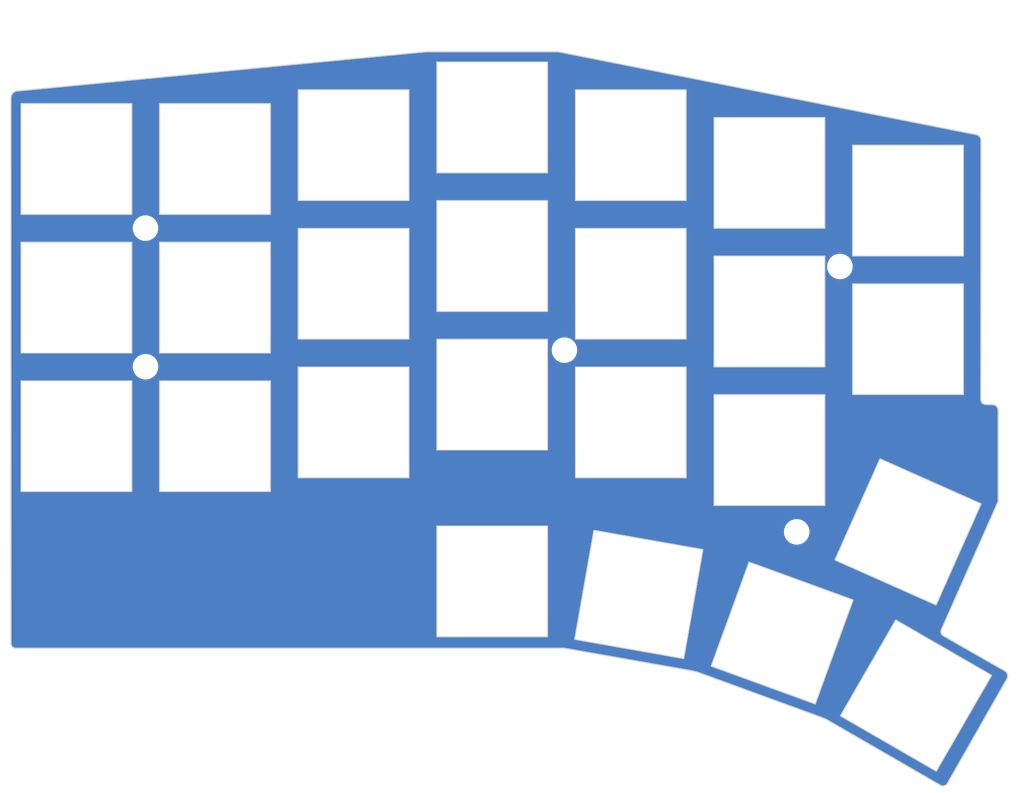
<source format=kicad_pcb>
(kicad_pcb (version 20240108) (generator "pcbnew") (generator_version "8.0")
  (title_block (title "Pinky3 PCB Design") (date "2018-12-23") (rev "0.3") (company "@tamanishi"))
  (layers (0 "F.Cu" signal) (31 "B.Cu" signal) (34 "B.Paste" user) (35 "F.Paste" user) (36 "B.SilkS" user "B.Silkscreen") (37 "F.SilkS" user "F.Silkscreen") (38 "B.Mask" user) (39 "F.Mask" user) (44 "Edge.Cuts" user))
  (net 0 "")
  (net 1 "GND")
  (footprint "PCM_SparkFun-Hardware:Standoff_Reflow-M2.0" (layer "F.Cu") (at 59.5 78.55)
    (property "Reference" "Ref**" (hide yes))
    (property "Value" "Val**" (hide yes))
    (pad "" np_thru_hole circle (at 0 0) (size 3 3) (drill 3) (layers "*.Cu" "*.Mask"))
  )
  (footprint "PCM_SparkFun-Hardware:Standoff_Reflow-M2.0" (layer "F.Cu") (at 59.5 97.6)
    (property "Reference" "Ref**" (hide yes))
    (property "Value" "Val**" (hide yes))
    (pad "" np_thru_hole circle (at 0 0) (size 3 3) (drill 3) (layers "*.Cu" "*.Mask"))
  )
  (footprint "PCM_SparkFun-Hardware:Standoff_Reflow-M2.0" (layer "F.Cu") (at 117.077615 95.32352)
    (property "Reference" "Ref**" (hide yes))
    (property "Value" "Val**" (hide yes))
    (pad "" np_thru_hole circle (at 0 0) (size 3 3) (drill 3) (layers "*.Cu" "*.Mask"))
  )
  (footprint "PCM_SparkFun-Hardware:Standoff_Reflow-M2.0" (layer "F.Cu") (at 154.94 83.82)
    (property "Reference" "Ref**" (hide yes))
    (property "Value" "Val**" (hide yes))
    (pad "" np_thru_hole circle (at 0 0) (size 3 3) (drill 3) (layers "*.Cu" "*.Mask"))
  )
  (footprint "Switch_Keyboard_Hotswap_Kailh:SW_Hotswap_Kailh_Choc_V1V2_hole" (layer "F.Cu") (at 50 69.05 180)
    (property "Reference" "SW2" (hide yes))
    (property "Value" "SW_PUSH" (hide yes))
    (fp_line (start 7.6 7.6) (end 7.6 -7.6) (stroke (width 0.12)) (layer "Edge.Cuts"))
    (fp_line (start 7.6 -7.6) (end -7.6 -7.6) (stroke (width 0.12)) (layer "Edge.Cuts"))
    (fp_line (start -7.6 7.6) (end 7.6 7.6) (stroke (width 0.12)) (layer "Edge.Cuts"))
    (fp_line (start -7.6 -7.6) (end -7.6 7.6) (stroke (width 0.12)) (layer "Edge.Cuts"))
  )
  (footprint "PCM_SparkFun-Hardware:Standoff_Reflow-M2.0" (layer "F.Cu") (at 149 120.3)
    (property "Reference" "Ref**" (hide yes))
    (property "Value" "Val**" (hide yes))
    (pad "" np_thru_hole circle (at 0 0) (size 3 3) (drill 3) (layers "*.Cu" "*.Mask"))
  )
  (footprint "Switch_Keyboard_Hotswap_Kailh:SW_Hotswap_Kailh_Choc_V1V2_hole" (layer "B.Cu") (at 69.05 88.1)
    (property "Reference" "SW5" (hide yes))
    (property "Value" "SW_PUSH" (hide yes))
    (fp_line (start -7.6 -7.6) (end -7.6 7.6) (stroke (width 0.12)) (layer "Edge.Cuts"))
    (fp_line (start -7.6 7.6) (end 7.6 7.6) (stroke (width 0.12)) (layer "Edge.Cuts"))
    (fp_line (start 7.6 -7.6) (end -7.6 -7.6) (stroke (width 0.12)) (layer "Edge.Cuts"))
    (fp_line (start 7.6 7.6) (end 7.6 -7.6) (stroke (width 0.12)) (layer "Edge.Cuts"))
  )
  (footprint "Switch_Keyboard_Hotswap_Kailh:SW_Hotswap_Kailh_Choc_V1V2_hole" (layer "B.Cu") (at 126.2 105.245)
    (property "Reference" "SW5" (hide yes))
    (property "Value" "SW_PUSH" (hide yes))
    (fp_line (start -7.6 -7.6) (end -7.6 7.6) (stroke (width 0.12)) (layer "Edge.Cuts"))
    (fp_line (start -7.6 7.6) (end 7.6 7.6) (stroke (width 0.12)) (layer "Edge.Cuts"))
    (fp_line (start 7.6 -7.6) (end -7.6 -7.6) (stroke (width 0.12)) (layer "Edge.Cuts"))
    (fp_line (start 7.6 7.6) (end 7.6 -7.6) (stroke (width 0.12)) (layer "Edge.Cuts"))
  )
  (footprint "Switch_Keyboard_Hotswap_Kailh:SW_Hotswap_Kailh_Choc_V1V2_hole" (layer "B.Cu") (at 145.25 109.055)
    (property "Reference" "SW5" (hide yes))
    (property "Value" "SW_PUSH" (hide yes))
    (fp_line (start -7.6 -7.6) (end -7.6 7.6) (stroke (width 0.12)) (layer "Edge.Cuts"))
    (fp_line (start -7.6 7.6) (end 7.6 7.6) (stroke (width 0.12)) (layer "Edge.Cuts"))
    (fp_line (start 7.6 -7.6) (end -7.6 -7.6) (stroke (width 0.12)) (layer "Edge.Cuts"))
    (fp_line (start 7.6 7.6) (end 7.6 -7.6) (stroke (width 0.12)) (layer "Edge.Cuts"))
  )
  (footprint "Switch_Keyboard_Hotswap_Kailh:SW_Hotswap_Kailh_Choc_V1V2_hole" (layer "B.Cu") (at 69.05 107.15)
    (property "Reference" "SW5" (hide yes))
    (property "Value" "SW_PUSH" (hide yes))
    (fp_line (start -7.6 -7.6) (end -7.6 7.6) (stroke (width 0.12)) (layer "Edge.Cuts"))
    (fp_line (start -7.6 7.6) (end 7.6 7.6) (stroke (width 0.12)) (layer "Edge.Cuts"))
    (fp_line (start 7.6 -7.6) (end -7.6 -7.6) (stroke (width 0.12)) (layer "Edge.Cuts"))
    (fp_line (start 7.6 7.6) (end 7.6 -7.6) (stroke (width 0.12)) (layer "Edge.Cuts"))
  )
  (footprint "Switch_Keyboard_Hotswap_Kailh:SW_Hotswap_Kailh_Choc_V1V2_hole" (layer "B.Cu") (at 164.3 120.3 -24)
    (property "Reference" "SW25" (hide yes))
    (property "Value" "SW_PUSH" (hide yes))
    (fp_line (start -7.6 7.6) (end 7.6 7.6) (stroke (width 0.12)) (layer "Edge.Cuts"))
    (fp_line (start -7.6 -7.6) (end -7.6 7.6) (stroke (width 0.12)) (layer "Edge.Cuts"))
    (fp_line (start 7.6 7.6) (end 7.6 -7.6) (stroke (width 0.12)) (layer "Edge.Cuts"))
    (fp_line (start 7.6 -7.6) (end -7.6 -7.6) (stroke (width 0.12)) (layer "Edge.Cuts"))
  )
  (footprint "Switch_Keyboard_Hotswap_Kailh:SW_Hotswap_Kailh_Choc_V1V2_hole" (layer "B.Cu") (at 127.3 128.9 -10)
    (property "Reference" "SW18" (hide yes))
    (property "Value" "SW_PUSH" (hide yes))
    (fp_line (start -7.6 7.6) (end 7.6 7.6) (stroke (width 0.12)) (layer "Edge.Cuts"))
    (fp_line (start -7.6 -7.6) (end -7.6 7.6) (stroke (width 0.12)) (layer "Edge.Cuts"))
    (fp_line (start 7.6 7.6) (end 7.6 -7.6) (stroke (width 0.12)) (layer "Edge.Cuts"))
    (fp_line (start 7.6 -7.6) (end -7.6 -7.6) (stroke (width 0.12)) (layer "Edge.Cuts"))
  )
  (footprint "Switch_Keyboard_Hotswap_Kailh:SW_Hotswap_Kailh_Choc_V1V2_hole" (layer "B.Cu") (at 165.4 142.8 -30)
    (property "Reference" "SW26" (hide yes))
    (property "Value" "SW_PUSH" (hide yes))
    (fp_line (start -7.6 7.6) (end 7.6 7.6) (stroke (width 0.12)) (layer "Edge.Cuts"))
    (fp_line (start -7.6 -7.6) (end -7.6 7.6) (stroke (width 0.12)) (layer "Edge.Cuts"))
    (fp_line (start 7.6 7.6) (end 7.6 -7.6) (stroke (width 0.12)) (layer "Edge.Cuts"))
    (fp_line (start 7.6 -7.6) (end -7.6 -7.6) (stroke (width 0.12)) (layer "Edge.Cuts"))
  )
  (footprint "Switch_Keyboard_Hotswap_Kailh:SW_Hotswap_Kailh_Choc_V1V2_hole" (layer "B.Cu") (at 88.1 67.145)
    (property "Reference" "SW5" (hide yes))
    (property "Value" "SW_PUSH" (hide yes))
    (fp_line (start -7.6 -7.6) (end -7.6 7.6) (stroke (width 0.12)) (layer "Edge.Cuts"))
    (fp_line (start -7.6 7.6) (end 7.6 7.6) (stroke (width 0.12)) (layer "Edge.Cuts"))
    (fp_line (start 7.6 -7.6) (end -7.6 -7.6) (stroke (width 0.12)) (layer "Edge.Cuts"))
    (fp_line (start 7.6 7.6) (end 7.6 -7.6) (stroke (width 0.12)) (layer "Edge.Cuts"))
  )
  (footprint "Switch_Keyboard_Hotswap_Kailh:SW_Hotswap_Kailh_Choc_V1V2_hole" (layer "B.Cu") (at 126.2 86.195)
    (property "Reference" "SW5" (hide yes))
    (property "Value" "SW_PUSH" (hide yes))
    (fp_line (start -7.6 -7.6) (end -7.6 7.6) (stroke (width 0.12)) (layer "Edge.Cuts"))
    (fp_line (start -7.6 7.6) (end 7.6 7.6) (stroke (width 0.12)) (layer "Edge.Cuts"))
    (fp_line (start 7.6 -7.6) (end -7.6 -7.6) (stroke (width 0.12)) (layer "Edge.Cuts"))
    (fp_line (start 7.6 7.6) (end 7.6 -7.6) (stroke (width 0.12)) (layer "Edge.Cuts"))
  )
  (footprint "Switch_Keyboard_Hotswap_Kailh:SW_Hotswap_Kailh_Choc_V1V2_hole" (layer "B.Cu") (at 164.3 74.765)
    (property "Reference" "SW5" (hide yes))
    (property "Value" "SW_PUSH" (hide yes))
    (fp_line (start -7.6 -7.6) (end -7.6 7.6) (stroke (width 0.12)) (layer "Edge.Cuts"))
    (fp_line (start -7.6 7.6) (end 7.6 7.6) (stroke (width 0.12)) (layer "Edge.Cuts"))
    (fp_line (start 7.6 -7.6) (end -7.6 -7.6) (stroke (width 0.12)) (layer "Edge.Cuts"))
    (fp_line (start 7.6 7.6) (end 7.6 -7.6) (stroke (width 0.12)) (layer "Edge.Cuts"))
  )
  (footprint "Switch_Keyboard_Hotswap_Kailh:SW_Hotswap_Kailh_Choc_V1V2_hole" (layer "B.Cu") (at 126.2 67.145)
    (property "Reference" "SW5" (hide yes))
    (property "Value" "SW_PUSH" (hide yes))
    (fp_line (start -7.6 -7.6) (end -7.6 7.6) (stroke (width 0.12)) (layer "Edge.Cuts"))
    (fp_line (start -7.6 7.6) (end 7.6 7.6) (stroke (width 0.12)) (layer "Edge.Cuts"))
    (fp_line (start 7.6 -7.6) (end -7.6 -7.6) (stroke (width 0.12)) (layer "Edge.Cuts"))
    (fp_line (start 7.6 7.6) (end 7.6 -7.6) (stroke (width 0.12)) (layer "Edge.Cuts"))
  )
  (footprint "Switch_Keyboard_Hotswap_Kailh:SW_Hotswap_Kailh_Choc_V1V2_hole" (layer "B.Cu") (at 88.1 105.245)
    (property "Reference" "SW5" (hide yes))
    (property "Value" "SW_PUSH" (hide yes))
    (fp_line (start -7.6 -7.6) (end -7.6 7.6) (stroke (width 0.12)) (layer "Edge.Cuts"))
    (fp_line (start -7.6 7.6) (end 7.6 7.6) (stroke (width 0.12)) (layer "Edge.Cuts"))
    (fp_line (start 7.6 -7.6) (end -7.6 -7.6) (stroke (width 0.12)) (layer "Edge.Cuts"))
    (fp_line (start 7.6 7.6) (end 7.6 -7.6) (stroke (width 0.12)) (layer "Edge.Cuts"))
  )
  (footprint "Switch_Keyboard_Hotswap_Kailh:SW_Hotswap_Kailh_Choc_V1V2_hole" (layer "B.Cu") (at 69.05 69.05)
    (property "Reference" "SW5" (hide yes))
    (property "Value" "SW_PUSH" (hide yes))
    (fp_line (start -7.6 -7.6) (end -7.6 7.6) (stroke (width 0.12)) (layer "Edge.Cuts"))
    (fp_line (start -7.6 7.6) (end 7.6 7.6) (stroke (width 0.12)) (layer "Edge.Cuts"))
    (fp_line (start 7.6 -7.6) (end -7.6 -7.6) (stroke (width 0.12)) (layer "Edge.Cuts"))
    (fp_line (start 7.6 7.6) (end 7.6 -7.6) (stroke (width 0.12)) (layer "Edge.Cuts"))
  )
  (footprint "Switch_Keyboard_Hotswap_Kailh:SW_Hotswap_Kailh_Choc_V1V2_hole" (layer "B.Cu") (at 107.15 82.385)
    (property "Reference" "SW5" (hide yes))
    (property "Value" "SW_PUSH" (hide yes))
    (fp_line (start -7.6 -7.6) (end -7.6 7.6) (stroke (width 0.12)) (layer "Edge.Cuts"))
    (fp_line (start -7.6 7.6) (end 7.6 7.6) (stroke (width 0.12)) (layer "Edge.Cuts"))
    (fp_line (start 7.6 -7.6) (end -7.6 -7.6) (stroke (width 0.12)) (layer "Edge.Cuts"))
    (fp_line (start 7.6 7.6) (end 7.6 -7.6) (stroke (width 0.12)) (layer "Edge.Cuts"))
  )
  (footprint "Switch_Keyboard_Hotswap_Kailh:SW_Hotswap_Kailh_Choc_V1V2_hole" (layer "B.Cu") (at 145.25 70.955)
    (property "Reference" "SW5" (hide yes))
    (property "Value" "SW_PUSH" (hide yes))
    (fp_line (start -7.6 -7.6) (end -7.6 7.6) (stroke (width 0.12)) (layer "Edge.Cuts"))
    (fp_line (start -7.6 7.6) (end 7.6 7.6) (stroke (width 0.12)) (layer "Edge.Cuts"))
    (fp_line (start 7.6 -7.6) (end -7.6 -7.6) (stroke (width 0.12)) (layer "Edge.Cuts"))
    (fp_line (start 7.6 7.6) (end 7.6 -7.6) (stroke (width 0.12)) (layer "Edge.Cuts"))
  )
  (footprint "Switch_Keyboard_Hotswap_Kailh:SW_Hotswap_Kailh_Choc_V1V2_hole" (layer "B.Cu") (at 147 134.2 -20)
    (property "Reference" "SW22" (hide yes))
    (property "Value" "SW_PUSH" (hide yes))
    (fp_line (start -7.6 7.6) (end 7.6 7.6) (stroke (width 0.12)) (layer "Edge.Cuts"))
    (fp_line (start -7.6 -7.6) (end -7.6 7.6) (stroke (width 0.12)) (layer "Edge.Cuts"))
    (fp_line (start 7.6 7.6) (end 7.6 -7.6) (stroke (width 0.12)) (layer "Edge.Cuts"))
    (fp_line (start 7.6 -7.6) (end -7.6 -7.6) (stroke (width 0.12)) (layer "Edge.Cuts"))
  )
  (footprint "Switch_Keyboard_Hotswap_Kailh:SW_Hotswap_Kailh_Choc_V1V2_hole" (layer "B.Cu") (at 107.15 127.1)
    (property "Reference" "SW14" (hide yes))
    (property "Value" "SW_PUSH" (hide yes))
    (fp_line (start -7.6 -7.6) (end -7.6 7.6) (stroke (width 0.12)) (layer "Edge.Cuts"))
    (fp_line (start -7.6 7.6) (end 7.6 7.6) (stroke (width 0.12)) (layer "Edge.Cuts"))
    (fp_line (start 7.6 -7.6) (end -7.6 -7.6) (stroke (width 0.12)) (layer "Edge.Cuts"))
    (fp_line (start 7.6 7.6) (end 7.6 -7.6) (stroke (width 0.12)) (layer "Edge.Cuts"))
  )
  (footprint "Switch_Keyboard_Hotswap_Kailh:SW_Hotswap_Kailh_Choc_V1V2_hole" (layer "B.Cu") (at 107.15 101.435)
    (property "Reference" "SW5" (hide yes))
    (property "Value" "SW_PUSH" (hide yes))
    (fp_line (start -7.6 -7.6) (end -7.6 7.6) (stroke (width 0.12)) (layer "Edge.Cuts"))
    (fp_line (start -7.6 7.6) (end 7.6 7.6) (stroke (width 0.12)) (layer "Edge.Cuts"))
    (fp_line (start 7.6 -7.6) (end -7.6 -7.6) (stroke (width 0.12)) (layer "Edge.Cuts"))
    (fp_line (start 7.6 7.6) (end 7.6 -7.6) (stroke (width 0.12)) (layer "Edge.Cuts"))
  )
  (footprint "Switch_Keyboard_Hotswap_Kailh:SW_Hotswap_Kailh_Choc_V1V2_hole" (layer "B.Cu") (at 50 107.15)
    (property "Reference" "SW5" (hide yes))
    (property "Value" "SW_PUSH" (hide yes))
    (fp_line (start -7.6 -7.6) (end -7.6 7.6) (stroke (width 0.12)) (layer "Edge.Cuts"))
    (fp_line (start -7.6 7.6) (end 7.6 7.6) (stroke (width 0.12)) (layer "Edge.Cuts"))
    (fp_line (start 7.6 -7.6) (end -7.6 -7.6) (stroke (width 0.12)) (layer "Edge.Cuts"))
    (fp_line (start 7.6 7.6) (end 7.6 -7.6) (stroke (width 0.12)) (layer "Edge.Cuts"))
  )
  (footprint "Switch_Keyboard_Hotswap_Kailh:SW_Hotswap_Kailh_Choc_V1V2_hole" (layer "B.Cu") (at 145.25 90.005)
    (property "Reference" "SW5" (hide yes))
    (property "Value" "SW_PUSH" (hide yes))
    (fp_line (start -7.6 -7.6) (end -7.6 7.6) (stroke (width 0.12)) (layer "Edge.Cuts"))
    (fp_line (start -7.6 7.6) (end 7.6 7.6) (stroke (width 0.12)) (layer "Edge.Cuts"))
    (fp_line (start 7.6 -7.6) (end -7.6 -7.6) (stroke (width 0.12)) (layer "Edge.Cuts"))
    (fp_line (start 7.6 7.6) (end 7.6 -7.6) (stroke (width 0.12)) (layer "Edge.Cuts"))
  )
  (footprint "Switch_Keyboard_Hotswap_Kailh:SW_Hotswap_Kailh_Choc_V1V2_hole" (layer "B.Cu") (at 164.3 93.815)
    (property "Reference" "SW5" (hide yes))
    (property "Value" "SW_PUSH" (hide yes))
    (fp_line (start -7.6 -7.6) (end -7.6 7.6) (stroke (width 0.12)) (layer "Edge.Cuts"))
    (fp_line (start -7.6 7.6) (end 7.6 7.6) (stroke (width 0.12)) (layer "Edge.Cuts"))
    (fp_line (start 7.6 -7.6) (end -7.6 -7.6) (stroke (width 0.12)) (layer "Edge.Cuts"))
    (fp_line (start 7.6 7.6) (end 7.6 -7.6) (stroke (width 0.12)) (layer "Edge.Cuts"))
  )
  (footprint "Switch_Keyboard_Hotswap_Kailh:SW_Hotswap_Kailh_Choc_V1V2_hole" (layer "B.Cu") (at 107.15 63.335)
    (property "Reference" "SW5" (hide yes))
    (property "Value" "SW_PUSH" (hide yes))
    (fp_line (start -7.6 -7.6) (end -7.6 7.6) (stroke (width 0.12)) (layer "Edge.Cuts"))
    (fp_line (start -7.6 7.6) (end 7.6 7.6) (stroke (width 0.12)) (layer "Edge.Cuts"))
    (fp_line (start 7.6 -7.6) (end -7.6 -7.6) (stroke (width 0.12)) (layer "Edge.Cuts"))
    (fp_line (start 7.6 7.6) (end 7.6 -7.6) (stroke (width 0.12)) (layer "Edge.Cuts"))
  )
  (footprint "Switch_Keyboard_Hotswap_Kailh:SW_Hotswap_Kailh_Choc_V1V2_hole" (layer "B.Cu") (at 88.1 86.195)
    (property "Reference" "SW5" (hide yes))
    (property "Value" "SW_PUSH" (hide yes))
    (fp_line (start -7.6 -7.6) (end -7.6 7.6) (stroke (width 0.12)) (layer "Edge.Cuts"))
    (fp_line (start -7.6 7.6) (end 7.6 7.6) (stroke (width 0.12)) (layer "Edge.Cuts"))
    (fp_line (start 7.6 -7.6) (end -7.6 -7.6) (stroke (width 0.12)) (layer "Edge.Cuts"))
    (fp_line (start 7.6 7.6) (end 7.6 -7.6) (stroke (width 0.12)) (layer "Edge.Cuts"))
  )
  (footprint "Switch_Keyboard_Hotswap_Kailh:SW_Hotswap_Kailh_Choc_V1V2_hole" (layer "B.Cu") (at 50 88.1)
    (property "Reference" "SW5" (hide yes))
    (property "Value" "SW_PUSH" (hide yes))
    (fp_line (start -7.6 -7.6) (end -7.6 7.6) (stroke (width 0.12)) (layer "Edge.Cuts"))
    (fp_line (start -7.6 7.6) (end 7.6 7.6) (stroke (width 0.12)) (layer "Edge.Cuts"))
    (fp_line (start 7.6 -7.6) (end -7.6 -7.6) (stroke (width 0.12)) (layer "Edge.Cuts"))
    (fp_line (start 7.6 7.6) (end 7.6 -7.6) (stroke (width 0.12)) (layer "Edge.Cuts"))
  )
  (gr_arc (start 175.9 102.8) (mid 176.465685 103.034315) (end 176.7 103.6) (stroke (width 0.15)) (layer "Edge.Cuts"))
  (gr_arc (start 175.013952 102.795513) (mid 174.518977 102.590488) (end 174.313952 102.095513) (stroke (width 0.15)) (layer "Edge.Cuts"))
  (gr_line (start 176.7 103.6) (end 176.7 116.1) (stroke (width 0.15)) (layer "Edge.Cuts"))
  (gr_line (start 41 135.6) (end 40.994153 60.531857) (stroke (width 0.15)) (layer "Edge.Cuts"))
  (gr_line (start 134.6 139.4) (end 135.4 139.6) (stroke (width 0.15)) (layer "Edge.Cuts"))
  (gr_line (start 174.332005 66.387365) (end 174.313952 102.095513) (stroke (width 0.15)) (layer "Edge.Cuts"))
  (gr_line (start 135.4 139.6) (end 152.4 145.8) (stroke (width 0.15)) (layer "Edge.Cuts"))
  (gr_line (start 116.1 136.3) (end 117.1 136.3) (stroke (width 0.15)) (layer "Edge.Cuts"))
  (gr_line (start 116.2 54.3) (end 173.632704 65.687453) (stroke (width 0.15)) (layer "Edge.Cuts"))
  (gr_line (start 168.9 133.7) (end 176.7 116.1) (stroke (width 0.15)) (layer "Edge.Cuts"))
  (gr_line (start 175.013952 102.795513) (end 175.9 102.8) (stroke (width 0.15)) (layer "Edge.Cuts"))
  (gr_line (start 177.9 140.5) (end 169.7 154.9) (stroke (width 0.15)) (layer "Edge.Cuts"))
  (gr_arc (start 169.2 134.6) (mid 168.863604 134.212132) (end 168.9 133.7) (stroke (width 0.15)) (layer "Edge.Cuts"))
  (gr_line (start 153.1 146.1) (end 168.7 155.1) (stroke (width 0.15)) (layer "Edge.Cuts"))
  (gr_line (start 169.2 134.6) (end 177.6 139.4) (stroke (width 0.15)) (layer "Edge.Cuts"))
  (gr_arc (start 41.7 136.3) (mid 41.205025 136.094975) (end 41 135.6) (stroke (width 0.15)) (layer "Edge.Cuts"))
  (gr_line (start 98.1 54.3) (end 116.2 54.3) (stroke (width 0.15)) (layer "Edge.Cuts"))
  (gr_line (start 116.1 136.3) (end 41.7 136.3) (stroke (width 0.15)) (layer "Edge.Cuts"))
  (gr_arc (start 169.7 154.9) (mid 169.241421 155.207107) (end 168.7 155.1) (stroke (width 0.15)) (layer "Edge.Cuts"))
  (gr_line (start 41.8 59.7) (end 98.1 54.3) (stroke (width 0.15)) (layer "Edge.Cuts"))
  (gr_line (start 152.4 145.8) (end 153.1 146.1) (stroke (width 0.15)) (layer "Edge.Cuts"))
  (gr_line (start 117.1 136.3) (end 134.6 139.4) (stroke (width 0.15)) (layer "Edge.Cuts"))
  (gr_arc (start 173.632704 65.687453) (mid 174.102342 65.917526) (end 174.332005 66.387365) (stroke (width 0.15)) (layer "Edge.Cuts"))
  (gr_arc (start 177.6 139.4) (mid 177.977817 139.887868) (end 177.9 140.5) (stroke (width 0.15)) (layer "Edge.Cuts"))
  (gr_arc (start 40.994153 60.531857) (mid 41.267529 59.990432) (end 41.8 59.7) (stroke (width 0.15)) (layer "Edge.Cuts"))
  (zone (net 1) (net_name "GND") (layer "B.Cu") (connect_pads (clearance 0.3)) (min_thickness 0.254) (fill yes (thermal_gap 0.508) (thermal_bridge_width 0.508))
    (polygon (pts (xy 39.5 59.1) (xy 39.5 137.1) (xy 117.1 137.1) (xy 136 140.3) (xy 152.9 146.7) (xy 169.6 156.2) (xy 179.2 139.5) (xy 169.6 134.1) (xy 177.5 116.3) (xy 177.5 102) (xy 175.26 102) (xy 175.26 64.7) (xy 116.3 53) (xy 98 53)))
  )
)
</source>
